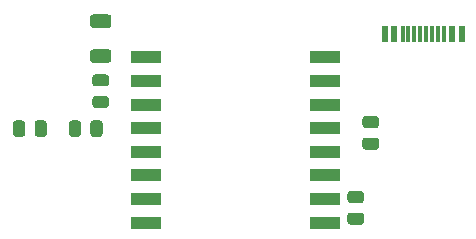
<source format=gtp>
%TF.GenerationSoftware,KiCad,Pcbnew,(5.1.9-0-10_14)*%
%TF.CreationDate,2021-03-22T12:23:30+08:00*%
%TF.ProjectId,Kernel,4b65726e-656c-42e6-9b69-6361645f7063,rev?*%
%TF.SameCoordinates,Original*%
%TF.FileFunction,Paste,Top*%
%TF.FilePolarity,Positive*%
%FSLAX46Y46*%
G04 Gerber Fmt 4.6, Leading zero omitted, Abs format (unit mm)*
G04 Created by KiCad (PCBNEW (5.1.9-0-10_14)) date 2021-03-22 12:23:30*
%MOMM*%
%LPD*%
G01*
G04 APERTURE LIST*
%ADD10R,2.500000X1.000000*%
%ADD11R,0.600000X1.450000*%
%ADD12R,0.300000X1.450000*%
G04 APERTURE END LIST*
D10*
%TO.C,U1*%
X105390000Y-39680000D03*
X105390000Y-41680000D03*
X105390000Y-43680000D03*
X105390000Y-45680000D03*
X105390000Y-47680000D03*
X105390000Y-49680000D03*
X105390000Y-51680000D03*
X105390000Y-53680000D03*
X90190000Y-53680000D03*
X90190000Y-51680000D03*
X90190000Y-49680000D03*
X90190000Y-47680000D03*
X90190000Y-45680000D03*
X90190000Y-43680000D03*
X90190000Y-41680000D03*
X90190000Y-39680000D03*
%TD*%
D11*
%TO.C,J1*%
X110415000Y-37700000D03*
X111215000Y-37700000D03*
X116115000Y-37700000D03*
X116915000Y-37700000D03*
X116915000Y-37700000D03*
X116115000Y-37700000D03*
X111215000Y-37700000D03*
X110415000Y-37700000D03*
D12*
X115415000Y-37700000D03*
X114915000Y-37700000D03*
X114415000Y-37700000D03*
X113415000Y-37700000D03*
X112915000Y-37700000D03*
X112415000Y-37700000D03*
X111915000Y-37700000D03*
X113915000Y-37700000D03*
%TD*%
%TO.C,R5*%
G36*
G01*
X79967500Y-45269998D02*
X79967500Y-46170002D01*
G75*
G02*
X79717502Y-46420000I-249998J0D01*
G01*
X79192498Y-46420000D01*
G75*
G02*
X78942500Y-46170002I0J249998D01*
G01*
X78942500Y-45269998D01*
G75*
G02*
X79192498Y-45020000I249998J0D01*
G01*
X79717502Y-45020000D01*
G75*
G02*
X79967500Y-45269998I0J-249998D01*
G01*
G37*
G36*
G01*
X81792500Y-45269998D02*
X81792500Y-46170002D01*
G75*
G02*
X81542502Y-46420000I-249998J0D01*
G01*
X81017498Y-46420000D01*
G75*
G02*
X80767500Y-46170002I0J249998D01*
G01*
X80767500Y-45269998D01*
G75*
G02*
X81017498Y-45020000I249998J0D01*
G01*
X81542502Y-45020000D01*
G75*
G02*
X81792500Y-45269998I0J-249998D01*
G01*
G37*
%TD*%
%TO.C,R4*%
G36*
G01*
X85909998Y-42945000D02*
X86810002Y-42945000D01*
G75*
G02*
X87060000Y-43194998I0J-249998D01*
G01*
X87060000Y-43720002D01*
G75*
G02*
X86810002Y-43970000I-249998J0D01*
G01*
X85909998Y-43970000D01*
G75*
G02*
X85660000Y-43720002I0J249998D01*
G01*
X85660000Y-43194998D01*
G75*
G02*
X85909998Y-42945000I249998J0D01*
G01*
G37*
G36*
G01*
X85909998Y-41120000D02*
X86810002Y-41120000D01*
G75*
G02*
X87060000Y-41369998I0J-249998D01*
G01*
X87060000Y-41895002D01*
G75*
G02*
X86810002Y-42145000I-249998J0D01*
G01*
X85909998Y-42145000D01*
G75*
G02*
X85660000Y-41895002I0J249998D01*
G01*
X85660000Y-41369998D01*
G75*
G02*
X85909998Y-41120000I249998J0D01*
G01*
G37*
%TD*%
%TO.C,R3*%
G36*
G01*
X85490000Y-46170002D02*
X85490000Y-45269998D01*
G75*
G02*
X85739998Y-45020000I249998J0D01*
G01*
X86265002Y-45020000D01*
G75*
G02*
X86515000Y-45269998I0J-249998D01*
G01*
X86515000Y-46170002D01*
G75*
G02*
X86265002Y-46420000I-249998J0D01*
G01*
X85739998Y-46420000D01*
G75*
G02*
X85490000Y-46170002I0J249998D01*
G01*
G37*
G36*
G01*
X83665000Y-46170002D02*
X83665000Y-45269998D01*
G75*
G02*
X83914998Y-45020000I249998J0D01*
G01*
X84440002Y-45020000D01*
G75*
G02*
X84690000Y-45269998I0J-249998D01*
G01*
X84690000Y-46170002D01*
G75*
G02*
X84440002Y-46420000I-249998J0D01*
G01*
X83914998Y-46420000D01*
G75*
G02*
X83665000Y-46170002I0J249998D01*
G01*
G37*
%TD*%
%TO.C,R2*%
G36*
G01*
X108400002Y-52027500D02*
X107499998Y-52027500D01*
G75*
G02*
X107250000Y-51777502I0J249998D01*
G01*
X107250000Y-51252498D01*
G75*
G02*
X107499998Y-51002500I249998J0D01*
G01*
X108400002Y-51002500D01*
G75*
G02*
X108650000Y-51252498I0J-249998D01*
G01*
X108650000Y-51777502D01*
G75*
G02*
X108400002Y-52027500I-249998J0D01*
G01*
G37*
G36*
G01*
X108400002Y-53852500D02*
X107499998Y-53852500D01*
G75*
G02*
X107250000Y-53602502I0J249998D01*
G01*
X107250000Y-53077498D01*
G75*
G02*
X107499998Y-52827500I249998J0D01*
G01*
X108400002Y-52827500D01*
G75*
G02*
X108650000Y-53077498I0J-249998D01*
G01*
X108650000Y-53602502D01*
G75*
G02*
X108400002Y-53852500I-249998J0D01*
G01*
G37*
%TD*%
%TO.C,R1*%
G36*
G01*
X108769998Y-46477500D02*
X109670002Y-46477500D01*
G75*
G02*
X109920000Y-46727498I0J-249998D01*
G01*
X109920000Y-47252502D01*
G75*
G02*
X109670002Y-47502500I-249998J0D01*
G01*
X108769998Y-47502500D01*
G75*
G02*
X108520000Y-47252502I0J249998D01*
G01*
X108520000Y-46727498D01*
G75*
G02*
X108769998Y-46477500I249998J0D01*
G01*
G37*
G36*
G01*
X108769998Y-44652500D02*
X109670002Y-44652500D01*
G75*
G02*
X109920000Y-44902498I0J-249998D01*
G01*
X109920000Y-45427502D01*
G75*
G02*
X109670002Y-45677500I-249998J0D01*
G01*
X108769998Y-45677500D01*
G75*
G02*
X108520000Y-45427502I0J249998D01*
G01*
X108520000Y-44902498D01*
G75*
G02*
X108769998Y-44652500I249998J0D01*
G01*
G37*
%TD*%
%TO.C,C1*%
G36*
G01*
X87010001Y-37200000D02*
X85709999Y-37200000D01*
G75*
G02*
X85460000Y-36950001I0J249999D01*
G01*
X85460000Y-36299999D01*
G75*
G02*
X85709999Y-36050000I249999J0D01*
G01*
X87010001Y-36050000D01*
G75*
G02*
X87260000Y-36299999I0J-249999D01*
G01*
X87260000Y-36950001D01*
G75*
G02*
X87010001Y-37200000I-249999J0D01*
G01*
G37*
G36*
G01*
X87010001Y-40150000D02*
X85709999Y-40150000D01*
G75*
G02*
X85460000Y-39900001I0J249999D01*
G01*
X85460000Y-39249999D01*
G75*
G02*
X85709999Y-39000000I249999J0D01*
G01*
X87010001Y-39000000D01*
G75*
G02*
X87260000Y-39249999I0J-249999D01*
G01*
X87260000Y-39900001D01*
G75*
G02*
X87010001Y-40150000I-249999J0D01*
G01*
G37*
%TD*%
M02*

</source>
